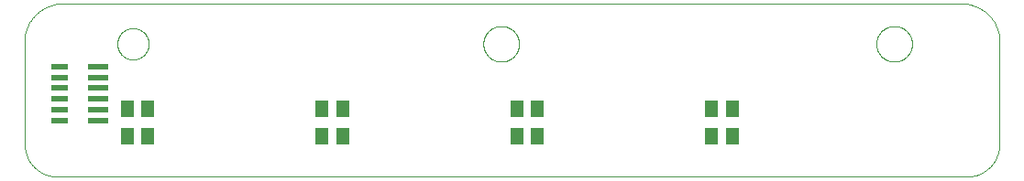
<source format=gbp>
G75*
%MOIN*%
%OFA0B0*%
%FSLAX25Y25*%
%IPPOS*%
%LPD*%
%AMOC8*
5,1,8,0,0,1.08239X$1,22.5*
%
%ADD10C,0.00000*%
%ADD11R,0.05118X0.05906*%
%ADD12R,0.07480X0.02362*%
%ADD13R,0.06496X0.02362*%
D10*
X0021079Y0005938D02*
X0351787Y0005938D01*
X0352072Y0005941D01*
X0352358Y0005952D01*
X0352643Y0005969D01*
X0352927Y0005993D01*
X0353211Y0006024D01*
X0353494Y0006062D01*
X0353775Y0006107D01*
X0354056Y0006158D01*
X0354336Y0006216D01*
X0354614Y0006281D01*
X0354890Y0006353D01*
X0355164Y0006431D01*
X0355437Y0006516D01*
X0355707Y0006608D01*
X0355975Y0006706D01*
X0356241Y0006810D01*
X0356504Y0006921D01*
X0356764Y0007038D01*
X0357022Y0007161D01*
X0357276Y0007291D01*
X0357527Y0007427D01*
X0357775Y0007568D01*
X0358019Y0007716D01*
X0358260Y0007869D01*
X0358496Y0008029D01*
X0358729Y0008194D01*
X0358958Y0008364D01*
X0359183Y0008540D01*
X0359403Y0008722D01*
X0359619Y0008908D01*
X0359830Y0009100D01*
X0360037Y0009297D01*
X0360239Y0009499D01*
X0360436Y0009706D01*
X0360628Y0009917D01*
X0360814Y0010133D01*
X0360996Y0010353D01*
X0361172Y0010578D01*
X0361342Y0010807D01*
X0361507Y0011040D01*
X0361667Y0011276D01*
X0361820Y0011517D01*
X0361968Y0011761D01*
X0362109Y0012009D01*
X0362245Y0012260D01*
X0362375Y0012514D01*
X0362498Y0012772D01*
X0362615Y0013032D01*
X0362726Y0013295D01*
X0362830Y0013561D01*
X0362928Y0013829D01*
X0363020Y0014099D01*
X0363105Y0014372D01*
X0363183Y0014646D01*
X0363255Y0014922D01*
X0363320Y0015200D01*
X0363378Y0015480D01*
X0363429Y0015761D01*
X0363474Y0016042D01*
X0363512Y0016325D01*
X0363543Y0016609D01*
X0363567Y0016893D01*
X0363584Y0017178D01*
X0363595Y0017464D01*
X0363598Y0017749D01*
X0363598Y0053182D01*
X0363598Y0053183D02*
X0363642Y0053516D01*
X0363677Y0053851D01*
X0363704Y0054186D01*
X0363724Y0054522D01*
X0363735Y0054858D01*
X0363738Y0055194D01*
X0363733Y0055530D01*
X0363720Y0055867D01*
X0363698Y0056202D01*
X0363669Y0056537D01*
X0363631Y0056872D01*
X0363586Y0057205D01*
X0363532Y0057537D01*
X0363470Y0057868D01*
X0363401Y0058197D01*
X0363323Y0058524D01*
X0363238Y0058849D01*
X0363144Y0059172D01*
X0363043Y0059493D01*
X0362935Y0059811D01*
X0362818Y0060127D01*
X0362694Y0060440D01*
X0362563Y0060749D01*
X0362424Y0061056D01*
X0362277Y0061358D01*
X0362124Y0061658D01*
X0361963Y0061953D01*
X0361795Y0062245D01*
X0361620Y0062532D01*
X0361438Y0062815D01*
X0361250Y0063093D01*
X0361054Y0063367D01*
X0360852Y0063636D01*
X0360644Y0063900D01*
X0360430Y0064159D01*
X0360209Y0064413D01*
X0359982Y0064662D01*
X0359749Y0064904D01*
X0359511Y0065142D01*
X0359266Y0065373D01*
X0359017Y0065598D01*
X0358762Y0065817D01*
X0358501Y0066030D01*
X0358236Y0066237D01*
X0357965Y0066437D01*
X0357690Y0066631D01*
X0357411Y0066817D01*
X0357127Y0066997D01*
X0356838Y0067171D01*
X0356546Y0067337D01*
X0356249Y0067496D01*
X0355949Y0067647D01*
X0355645Y0067792D01*
X0355338Y0067929D01*
X0355028Y0068059D01*
X0354714Y0068181D01*
X0354398Y0068295D01*
X0354079Y0068402D01*
X0353758Y0068501D01*
X0353434Y0068592D01*
X0353108Y0068676D01*
X0352780Y0068751D01*
X0352451Y0068819D01*
X0352120Y0068879D01*
X0351787Y0068930D01*
X0021079Y0068930D01*
X0020746Y0068879D01*
X0020415Y0068819D01*
X0020086Y0068751D01*
X0019758Y0068676D01*
X0019432Y0068592D01*
X0019108Y0068501D01*
X0018787Y0068402D01*
X0018468Y0068295D01*
X0018152Y0068181D01*
X0017838Y0068059D01*
X0017528Y0067929D01*
X0017221Y0067792D01*
X0016917Y0067647D01*
X0016617Y0067496D01*
X0016320Y0067337D01*
X0016028Y0067171D01*
X0015739Y0066997D01*
X0015455Y0066817D01*
X0015176Y0066631D01*
X0014901Y0066437D01*
X0014630Y0066237D01*
X0014365Y0066030D01*
X0014104Y0065817D01*
X0013849Y0065598D01*
X0013600Y0065373D01*
X0013355Y0065142D01*
X0013117Y0064904D01*
X0012884Y0064662D01*
X0012657Y0064413D01*
X0012436Y0064159D01*
X0012222Y0063900D01*
X0012014Y0063636D01*
X0011812Y0063367D01*
X0011616Y0063093D01*
X0011428Y0062815D01*
X0011246Y0062532D01*
X0011071Y0062245D01*
X0010903Y0061953D01*
X0010742Y0061658D01*
X0010589Y0061358D01*
X0010442Y0061056D01*
X0010303Y0060749D01*
X0010172Y0060440D01*
X0010048Y0060127D01*
X0009931Y0059811D01*
X0009823Y0059493D01*
X0009722Y0059172D01*
X0009628Y0058849D01*
X0009543Y0058524D01*
X0009465Y0058197D01*
X0009396Y0057868D01*
X0009334Y0057537D01*
X0009280Y0057205D01*
X0009235Y0056872D01*
X0009197Y0056537D01*
X0009168Y0056202D01*
X0009146Y0055867D01*
X0009133Y0055530D01*
X0009128Y0055194D01*
X0009131Y0054858D01*
X0009142Y0054522D01*
X0009162Y0054186D01*
X0009189Y0053851D01*
X0009224Y0053516D01*
X0009268Y0053183D01*
X0009268Y0053182D02*
X0009268Y0017749D01*
X0009271Y0017464D01*
X0009282Y0017178D01*
X0009299Y0016893D01*
X0009323Y0016609D01*
X0009354Y0016325D01*
X0009392Y0016042D01*
X0009437Y0015761D01*
X0009488Y0015480D01*
X0009546Y0015200D01*
X0009611Y0014922D01*
X0009683Y0014646D01*
X0009761Y0014372D01*
X0009846Y0014099D01*
X0009938Y0013829D01*
X0010036Y0013561D01*
X0010140Y0013295D01*
X0010251Y0013032D01*
X0010368Y0012772D01*
X0010491Y0012514D01*
X0010621Y0012260D01*
X0010757Y0012009D01*
X0010898Y0011761D01*
X0011046Y0011517D01*
X0011199Y0011276D01*
X0011359Y0011040D01*
X0011524Y0010807D01*
X0011694Y0010578D01*
X0011870Y0010353D01*
X0012052Y0010133D01*
X0012238Y0009917D01*
X0012430Y0009706D01*
X0012627Y0009499D01*
X0012829Y0009297D01*
X0013036Y0009100D01*
X0013247Y0008908D01*
X0013463Y0008722D01*
X0013683Y0008540D01*
X0013908Y0008364D01*
X0014137Y0008194D01*
X0014370Y0008029D01*
X0014606Y0007869D01*
X0014847Y0007716D01*
X0015091Y0007568D01*
X0015339Y0007427D01*
X0015590Y0007291D01*
X0015844Y0007161D01*
X0016102Y0007038D01*
X0016362Y0006921D01*
X0016625Y0006810D01*
X0016891Y0006706D01*
X0017159Y0006608D01*
X0017429Y0006516D01*
X0017702Y0006431D01*
X0017976Y0006353D01*
X0018252Y0006281D01*
X0018530Y0006216D01*
X0018810Y0006158D01*
X0019091Y0006107D01*
X0019372Y0006062D01*
X0019655Y0006024D01*
X0019939Y0005993D01*
X0020223Y0005969D01*
X0020508Y0005952D01*
X0020794Y0005941D01*
X0021079Y0005938D01*
X0042929Y0054363D02*
X0042931Y0054514D01*
X0042937Y0054664D01*
X0042947Y0054815D01*
X0042961Y0054965D01*
X0042979Y0055114D01*
X0043000Y0055264D01*
X0043026Y0055412D01*
X0043056Y0055560D01*
X0043089Y0055707D01*
X0043127Y0055853D01*
X0043168Y0055998D01*
X0043213Y0056142D01*
X0043262Y0056284D01*
X0043315Y0056425D01*
X0043371Y0056565D01*
X0043431Y0056703D01*
X0043494Y0056840D01*
X0043562Y0056975D01*
X0043632Y0057108D01*
X0043706Y0057239D01*
X0043784Y0057368D01*
X0043865Y0057495D01*
X0043949Y0057620D01*
X0044037Y0057743D01*
X0044128Y0057863D01*
X0044222Y0057981D01*
X0044319Y0058096D01*
X0044419Y0058209D01*
X0044522Y0058319D01*
X0044628Y0058426D01*
X0044737Y0058531D01*
X0044848Y0058632D01*
X0044962Y0058731D01*
X0045078Y0058826D01*
X0045198Y0058919D01*
X0045319Y0059008D01*
X0045443Y0059094D01*
X0045569Y0059177D01*
X0045697Y0059256D01*
X0045827Y0059332D01*
X0045959Y0059405D01*
X0046093Y0059473D01*
X0046229Y0059539D01*
X0046367Y0059601D01*
X0046506Y0059659D01*
X0046646Y0059713D01*
X0046788Y0059764D01*
X0046931Y0059811D01*
X0047076Y0059854D01*
X0047221Y0059893D01*
X0047368Y0059929D01*
X0047515Y0059960D01*
X0047663Y0059988D01*
X0047812Y0060012D01*
X0047961Y0060032D01*
X0048111Y0060048D01*
X0048261Y0060060D01*
X0048412Y0060068D01*
X0048563Y0060072D01*
X0048713Y0060072D01*
X0048864Y0060068D01*
X0049015Y0060060D01*
X0049165Y0060048D01*
X0049315Y0060032D01*
X0049464Y0060012D01*
X0049613Y0059988D01*
X0049761Y0059960D01*
X0049908Y0059929D01*
X0050055Y0059893D01*
X0050200Y0059854D01*
X0050345Y0059811D01*
X0050488Y0059764D01*
X0050630Y0059713D01*
X0050770Y0059659D01*
X0050909Y0059601D01*
X0051047Y0059539D01*
X0051183Y0059473D01*
X0051317Y0059405D01*
X0051449Y0059332D01*
X0051579Y0059256D01*
X0051707Y0059177D01*
X0051833Y0059094D01*
X0051957Y0059008D01*
X0052078Y0058919D01*
X0052198Y0058826D01*
X0052314Y0058731D01*
X0052428Y0058632D01*
X0052539Y0058531D01*
X0052648Y0058426D01*
X0052754Y0058319D01*
X0052857Y0058209D01*
X0052957Y0058096D01*
X0053054Y0057981D01*
X0053148Y0057863D01*
X0053239Y0057743D01*
X0053327Y0057620D01*
X0053411Y0057495D01*
X0053492Y0057368D01*
X0053570Y0057239D01*
X0053644Y0057108D01*
X0053714Y0056975D01*
X0053782Y0056840D01*
X0053845Y0056703D01*
X0053905Y0056565D01*
X0053961Y0056425D01*
X0054014Y0056284D01*
X0054063Y0056142D01*
X0054108Y0055998D01*
X0054149Y0055853D01*
X0054187Y0055707D01*
X0054220Y0055560D01*
X0054250Y0055412D01*
X0054276Y0055264D01*
X0054297Y0055114D01*
X0054315Y0054965D01*
X0054329Y0054815D01*
X0054339Y0054664D01*
X0054345Y0054514D01*
X0054347Y0054363D01*
X0054345Y0054212D01*
X0054339Y0054062D01*
X0054329Y0053911D01*
X0054315Y0053761D01*
X0054297Y0053612D01*
X0054276Y0053462D01*
X0054250Y0053314D01*
X0054220Y0053166D01*
X0054187Y0053019D01*
X0054149Y0052873D01*
X0054108Y0052728D01*
X0054063Y0052584D01*
X0054014Y0052442D01*
X0053961Y0052301D01*
X0053905Y0052161D01*
X0053845Y0052023D01*
X0053782Y0051886D01*
X0053714Y0051751D01*
X0053644Y0051618D01*
X0053570Y0051487D01*
X0053492Y0051358D01*
X0053411Y0051231D01*
X0053327Y0051106D01*
X0053239Y0050983D01*
X0053148Y0050863D01*
X0053054Y0050745D01*
X0052957Y0050630D01*
X0052857Y0050517D01*
X0052754Y0050407D01*
X0052648Y0050300D01*
X0052539Y0050195D01*
X0052428Y0050094D01*
X0052314Y0049995D01*
X0052198Y0049900D01*
X0052078Y0049807D01*
X0051957Y0049718D01*
X0051833Y0049632D01*
X0051707Y0049549D01*
X0051579Y0049470D01*
X0051449Y0049394D01*
X0051317Y0049321D01*
X0051183Y0049253D01*
X0051047Y0049187D01*
X0050909Y0049125D01*
X0050770Y0049067D01*
X0050630Y0049013D01*
X0050488Y0048962D01*
X0050345Y0048915D01*
X0050200Y0048872D01*
X0050055Y0048833D01*
X0049908Y0048797D01*
X0049761Y0048766D01*
X0049613Y0048738D01*
X0049464Y0048714D01*
X0049315Y0048694D01*
X0049165Y0048678D01*
X0049015Y0048666D01*
X0048864Y0048658D01*
X0048713Y0048654D01*
X0048563Y0048654D01*
X0048412Y0048658D01*
X0048261Y0048666D01*
X0048111Y0048678D01*
X0047961Y0048694D01*
X0047812Y0048714D01*
X0047663Y0048738D01*
X0047515Y0048766D01*
X0047368Y0048797D01*
X0047221Y0048833D01*
X0047076Y0048872D01*
X0046931Y0048915D01*
X0046788Y0048962D01*
X0046646Y0049013D01*
X0046506Y0049067D01*
X0046367Y0049125D01*
X0046229Y0049187D01*
X0046093Y0049253D01*
X0045959Y0049321D01*
X0045827Y0049394D01*
X0045697Y0049470D01*
X0045569Y0049549D01*
X0045443Y0049632D01*
X0045319Y0049718D01*
X0045198Y0049807D01*
X0045078Y0049900D01*
X0044962Y0049995D01*
X0044848Y0050094D01*
X0044737Y0050195D01*
X0044628Y0050300D01*
X0044522Y0050407D01*
X0044419Y0050517D01*
X0044319Y0050630D01*
X0044222Y0050745D01*
X0044128Y0050863D01*
X0044037Y0050983D01*
X0043949Y0051106D01*
X0043865Y0051231D01*
X0043784Y0051358D01*
X0043706Y0051487D01*
X0043632Y0051618D01*
X0043562Y0051751D01*
X0043494Y0051886D01*
X0043431Y0052023D01*
X0043371Y0052161D01*
X0043315Y0052301D01*
X0043262Y0052442D01*
X0043213Y0052584D01*
X0043168Y0052728D01*
X0043127Y0052873D01*
X0043089Y0053019D01*
X0043056Y0053166D01*
X0043026Y0053314D01*
X0043000Y0053462D01*
X0042979Y0053612D01*
X0042961Y0053761D01*
X0042947Y0053911D01*
X0042937Y0054062D01*
X0042931Y0054212D01*
X0042929Y0054363D01*
X0176000Y0054363D02*
X0176002Y0054524D01*
X0176008Y0054684D01*
X0176018Y0054845D01*
X0176032Y0055005D01*
X0176050Y0055164D01*
X0176071Y0055324D01*
X0176097Y0055482D01*
X0176127Y0055640D01*
X0176160Y0055797D01*
X0176198Y0055954D01*
X0176239Y0056109D01*
X0176284Y0056263D01*
X0176333Y0056416D01*
X0176386Y0056568D01*
X0176442Y0056718D01*
X0176502Y0056867D01*
X0176566Y0057015D01*
X0176633Y0057161D01*
X0176704Y0057305D01*
X0176779Y0057447D01*
X0176857Y0057588D01*
X0176938Y0057726D01*
X0177023Y0057863D01*
X0177112Y0057997D01*
X0177203Y0058129D01*
X0177298Y0058259D01*
X0177396Y0058386D01*
X0177497Y0058511D01*
X0177601Y0058634D01*
X0177708Y0058753D01*
X0177818Y0058870D01*
X0177931Y0058985D01*
X0178047Y0059096D01*
X0178165Y0059205D01*
X0178286Y0059310D01*
X0178410Y0059413D01*
X0178536Y0059513D01*
X0178665Y0059609D01*
X0178796Y0059702D01*
X0178929Y0059792D01*
X0179064Y0059879D01*
X0179202Y0059962D01*
X0179341Y0060041D01*
X0179483Y0060118D01*
X0179626Y0060191D01*
X0179771Y0060260D01*
X0179918Y0060325D01*
X0180066Y0060387D01*
X0180216Y0060446D01*
X0180367Y0060500D01*
X0180519Y0060551D01*
X0180673Y0060598D01*
X0180828Y0060641D01*
X0180983Y0060680D01*
X0181140Y0060716D01*
X0181298Y0060748D01*
X0181456Y0060775D01*
X0181615Y0060799D01*
X0181774Y0060819D01*
X0181934Y0060835D01*
X0182095Y0060847D01*
X0182255Y0060855D01*
X0182416Y0060859D01*
X0182576Y0060859D01*
X0182737Y0060855D01*
X0182897Y0060847D01*
X0183058Y0060835D01*
X0183218Y0060819D01*
X0183377Y0060799D01*
X0183536Y0060775D01*
X0183694Y0060748D01*
X0183852Y0060716D01*
X0184009Y0060680D01*
X0184164Y0060641D01*
X0184319Y0060598D01*
X0184473Y0060551D01*
X0184625Y0060500D01*
X0184776Y0060446D01*
X0184926Y0060387D01*
X0185074Y0060325D01*
X0185221Y0060260D01*
X0185366Y0060191D01*
X0185509Y0060118D01*
X0185651Y0060041D01*
X0185790Y0059962D01*
X0185928Y0059879D01*
X0186063Y0059792D01*
X0186196Y0059702D01*
X0186327Y0059609D01*
X0186456Y0059513D01*
X0186582Y0059413D01*
X0186706Y0059310D01*
X0186827Y0059205D01*
X0186945Y0059096D01*
X0187061Y0058985D01*
X0187174Y0058870D01*
X0187284Y0058753D01*
X0187391Y0058634D01*
X0187495Y0058511D01*
X0187596Y0058386D01*
X0187694Y0058259D01*
X0187789Y0058129D01*
X0187880Y0057997D01*
X0187969Y0057863D01*
X0188054Y0057726D01*
X0188135Y0057588D01*
X0188213Y0057447D01*
X0188288Y0057305D01*
X0188359Y0057161D01*
X0188426Y0057015D01*
X0188490Y0056867D01*
X0188550Y0056718D01*
X0188606Y0056568D01*
X0188659Y0056416D01*
X0188708Y0056263D01*
X0188753Y0056109D01*
X0188794Y0055954D01*
X0188832Y0055797D01*
X0188865Y0055640D01*
X0188895Y0055482D01*
X0188921Y0055324D01*
X0188942Y0055164D01*
X0188960Y0055005D01*
X0188974Y0054845D01*
X0188984Y0054684D01*
X0188990Y0054524D01*
X0188992Y0054363D01*
X0188990Y0054202D01*
X0188984Y0054042D01*
X0188974Y0053881D01*
X0188960Y0053721D01*
X0188942Y0053562D01*
X0188921Y0053402D01*
X0188895Y0053244D01*
X0188865Y0053086D01*
X0188832Y0052929D01*
X0188794Y0052772D01*
X0188753Y0052617D01*
X0188708Y0052463D01*
X0188659Y0052310D01*
X0188606Y0052158D01*
X0188550Y0052008D01*
X0188490Y0051859D01*
X0188426Y0051711D01*
X0188359Y0051565D01*
X0188288Y0051421D01*
X0188213Y0051279D01*
X0188135Y0051138D01*
X0188054Y0051000D01*
X0187969Y0050863D01*
X0187880Y0050729D01*
X0187789Y0050597D01*
X0187694Y0050467D01*
X0187596Y0050340D01*
X0187495Y0050215D01*
X0187391Y0050092D01*
X0187284Y0049973D01*
X0187174Y0049856D01*
X0187061Y0049741D01*
X0186945Y0049630D01*
X0186827Y0049521D01*
X0186706Y0049416D01*
X0186582Y0049313D01*
X0186456Y0049213D01*
X0186327Y0049117D01*
X0186196Y0049024D01*
X0186063Y0048934D01*
X0185928Y0048847D01*
X0185790Y0048764D01*
X0185651Y0048685D01*
X0185509Y0048608D01*
X0185366Y0048535D01*
X0185221Y0048466D01*
X0185074Y0048401D01*
X0184926Y0048339D01*
X0184776Y0048280D01*
X0184625Y0048226D01*
X0184473Y0048175D01*
X0184319Y0048128D01*
X0184164Y0048085D01*
X0184009Y0048046D01*
X0183852Y0048010D01*
X0183694Y0047978D01*
X0183536Y0047951D01*
X0183377Y0047927D01*
X0183218Y0047907D01*
X0183058Y0047891D01*
X0182897Y0047879D01*
X0182737Y0047871D01*
X0182576Y0047867D01*
X0182416Y0047867D01*
X0182255Y0047871D01*
X0182095Y0047879D01*
X0181934Y0047891D01*
X0181774Y0047907D01*
X0181615Y0047927D01*
X0181456Y0047951D01*
X0181298Y0047978D01*
X0181140Y0048010D01*
X0180983Y0048046D01*
X0180828Y0048085D01*
X0180673Y0048128D01*
X0180519Y0048175D01*
X0180367Y0048226D01*
X0180216Y0048280D01*
X0180066Y0048339D01*
X0179918Y0048401D01*
X0179771Y0048466D01*
X0179626Y0048535D01*
X0179483Y0048608D01*
X0179341Y0048685D01*
X0179202Y0048764D01*
X0179064Y0048847D01*
X0178929Y0048934D01*
X0178796Y0049024D01*
X0178665Y0049117D01*
X0178536Y0049213D01*
X0178410Y0049313D01*
X0178286Y0049416D01*
X0178165Y0049521D01*
X0178047Y0049630D01*
X0177931Y0049741D01*
X0177818Y0049856D01*
X0177708Y0049973D01*
X0177601Y0050092D01*
X0177497Y0050215D01*
X0177396Y0050340D01*
X0177298Y0050467D01*
X0177203Y0050597D01*
X0177112Y0050729D01*
X0177023Y0050863D01*
X0176938Y0051000D01*
X0176857Y0051138D01*
X0176779Y0051279D01*
X0176704Y0051421D01*
X0176633Y0051565D01*
X0176566Y0051711D01*
X0176502Y0051859D01*
X0176442Y0052008D01*
X0176386Y0052158D01*
X0176333Y0052310D01*
X0176284Y0052463D01*
X0176239Y0052617D01*
X0176198Y0052772D01*
X0176160Y0052929D01*
X0176127Y0053086D01*
X0176097Y0053244D01*
X0176071Y0053402D01*
X0176050Y0053562D01*
X0176032Y0053721D01*
X0176018Y0053881D01*
X0176008Y0054042D01*
X0176002Y0054202D01*
X0176000Y0054363D01*
X0318913Y0054363D02*
X0318915Y0054524D01*
X0318921Y0054684D01*
X0318931Y0054845D01*
X0318945Y0055005D01*
X0318963Y0055164D01*
X0318984Y0055324D01*
X0319010Y0055482D01*
X0319040Y0055640D01*
X0319073Y0055797D01*
X0319111Y0055954D01*
X0319152Y0056109D01*
X0319197Y0056263D01*
X0319246Y0056416D01*
X0319299Y0056568D01*
X0319355Y0056718D01*
X0319415Y0056867D01*
X0319479Y0057015D01*
X0319546Y0057161D01*
X0319617Y0057305D01*
X0319692Y0057447D01*
X0319770Y0057588D01*
X0319851Y0057726D01*
X0319936Y0057863D01*
X0320025Y0057997D01*
X0320116Y0058129D01*
X0320211Y0058259D01*
X0320309Y0058386D01*
X0320410Y0058511D01*
X0320514Y0058634D01*
X0320621Y0058753D01*
X0320731Y0058870D01*
X0320844Y0058985D01*
X0320960Y0059096D01*
X0321078Y0059205D01*
X0321199Y0059310D01*
X0321323Y0059413D01*
X0321449Y0059513D01*
X0321578Y0059609D01*
X0321709Y0059702D01*
X0321842Y0059792D01*
X0321977Y0059879D01*
X0322115Y0059962D01*
X0322254Y0060041D01*
X0322396Y0060118D01*
X0322539Y0060191D01*
X0322684Y0060260D01*
X0322831Y0060325D01*
X0322979Y0060387D01*
X0323129Y0060446D01*
X0323280Y0060500D01*
X0323432Y0060551D01*
X0323586Y0060598D01*
X0323741Y0060641D01*
X0323896Y0060680D01*
X0324053Y0060716D01*
X0324211Y0060748D01*
X0324369Y0060775D01*
X0324528Y0060799D01*
X0324687Y0060819D01*
X0324847Y0060835D01*
X0325008Y0060847D01*
X0325168Y0060855D01*
X0325329Y0060859D01*
X0325489Y0060859D01*
X0325650Y0060855D01*
X0325810Y0060847D01*
X0325971Y0060835D01*
X0326131Y0060819D01*
X0326290Y0060799D01*
X0326449Y0060775D01*
X0326607Y0060748D01*
X0326765Y0060716D01*
X0326922Y0060680D01*
X0327077Y0060641D01*
X0327232Y0060598D01*
X0327386Y0060551D01*
X0327538Y0060500D01*
X0327689Y0060446D01*
X0327839Y0060387D01*
X0327987Y0060325D01*
X0328134Y0060260D01*
X0328279Y0060191D01*
X0328422Y0060118D01*
X0328564Y0060041D01*
X0328703Y0059962D01*
X0328841Y0059879D01*
X0328976Y0059792D01*
X0329109Y0059702D01*
X0329240Y0059609D01*
X0329369Y0059513D01*
X0329495Y0059413D01*
X0329619Y0059310D01*
X0329740Y0059205D01*
X0329858Y0059096D01*
X0329974Y0058985D01*
X0330087Y0058870D01*
X0330197Y0058753D01*
X0330304Y0058634D01*
X0330408Y0058511D01*
X0330509Y0058386D01*
X0330607Y0058259D01*
X0330702Y0058129D01*
X0330793Y0057997D01*
X0330882Y0057863D01*
X0330967Y0057726D01*
X0331048Y0057588D01*
X0331126Y0057447D01*
X0331201Y0057305D01*
X0331272Y0057161D01*
X0331339Y0057015D01*
X0331403Y0056867D01*
X0331463Y0056718D01*
X0331519Y0056568D01*
X0331572Y0056416D01*
X0331621Y0056263D01*
X0331666Y0056109D01*
X0331707Y0055954D01*
X0331745Y0055797D01*
X0331778Y0055640D01*
X0331808Y0055482D01*
X0331834Y0055324D01*
X0331855Y0055164D01*
X0331873Y0055005D01*
X0331887Y0054845D01*
X0331897Y0054684D01*
X0331903Y0054524D01*
X0331905Y0054363D01*
X0331903Y0054202D01*
X0331897Y0054042D01*
X0331887Y0053881D01*
X0331873Y0053721D01*
X0331855Y0053562D01*
X0331834Y0053402D01*
X0331808Y0053244D01*
X0331778Y0053086D01*
X0331745Y0052929D01*
X0331707Y0052772D01*
X0331666Y0052617D01*
X0331621Y0052463D01*
X0331572Y0052310D01*
X0331519Y0052158D01*
X0331463Y0052008D01*
X0331403Y0051859D01*
X0331339Y0051711D01*
X0331272Y0051565D01*
X0331201Y0051421D01*
X0331126Y0051279D01*
X0331048Y0051138D01*
X0330967Y0051000D01*
X0330882Y0050863D01*
X0330793Y0050729D01*
X0330702Y0050597D01*
X0330607Y0050467D01*
X0330509Y0050340D01*
X0330408Y0050215D01*
X0330304Y0050092D01*
X0330197Y0049973D01*
X0330087Y0049856D01*
X0329974Y0049741D01*
X0329858Y0049630D01*
X0329740Y0049521D01*
X0329619Y0049416D01*
X0329495Y0049313D01*
X0329369Y0049213D01*
X0329240Y0049117D01*
X0329109Y0049024D01*
X0328976Y0048934D01*
X0328841Y0048847D01*
X0328703Y0048764D01*
X0328564Y0048685D01*
X0328422Y0048608D01*
X0328279Y0048535D01*
X0328134Y0048466D01*
X0327987Y0048401D01*
X0327839Y0048339D01*
X0327689Y0048280D01*
X0327538Y0048226D01*
X0327386Y0048175D01*
X0327232Y0048128D01*
X0327077Y0048085D01*
X0326922Y0048046D01*
X0326765Y0048010D01*
X0326607Y0047978D01*
X0326449Y0047951D01*
X0326290Y0047927D01*
X0326131Y0047907D01*
X0325971Y0047891D01*
X0325810Y0047879D01*
X0325650Y0047871D01*
X0325489Y0047867D01*
X0325329Y0047867D01*
X0325168Y0047871D01*
X0325008Y0047879D01*
X0324847Y0047891D01*
X0324687Y0047907D01*
X0324528Y0047927D01*
X0324369Y0047951D01*
X0324211Y0047978D01*
X0324053Y0048010D01*
X0323896Y0048046D01*
X0323741Y0048085D01*
X0323586Y0048128D01*
X0323432Y0048175D01*
X0323280Y0048226D01*
X0323129Y0048280D01*
X0322979Y0048339D01*
X0322831Y0048401D01*
X0322684Y0048466D01*
X0322539Y0048535D01*
X0322396Y0048608D01*
X0322254Y0048685D01*
X0322115Y0048764D01*
X0321977Y0048847D01*
X0321842Y0048934D01*
X0321709Y0049024D01*
X0321578Y0049117D01*
X0321449Y0049213D01*
X0321323Y0049313D01*
X0321199Y0049416D01*
X0321078Y0049521D01*
X0320960Y0049630D01*
X0320844Y0049741D01*
X0320731Y0049856D01*
X0320621Y0049973D01*
X0320514Y0050092D01*
X0320410Y0050215D01*
X0320309Y0050340D01*
X0320211Y0050467D01*
X0320116Y0050597D01*
X0320025Y0050729D01*
X0319936Y0050863D01*
X0319851Y0051000D01*
X0319770Y0051138D01*
X0319692Y0051279D01*
X0319617Y0051421D01*
X0319546Y0051565D01*
X0319479Y0051711D01*
X0319415Y0051859D01*
X0319355Y0052008D01*
X0319299Y0052158D01*
X0319246Y0052310D01*
X0319197Y0052463D01*
X0319152Y0052617D01*
X0319111Y0052772D01*
X0319073Y0052929D01*
X0319040Y0053086D01*
X0319010Y0053244D01*
X0318984Y0053402D01*
X0318963Y0053562D01*
X0318945Y0053721D01*
X0318931Y0053881D01*
X0318921Y0054042D01*
X0318915Y0054202D01*
X0318913Y0054363D01*
D11*
X0266512Y0030663D03*
X0259031Y0030663D03*
X0259031Y0020584D03*
X0266512Y0020584D03*
X0195646Y0020584D03*
X0188165Y0020584D03*
X0188165Y0030663D03*
X0195646Y0030663D03*
X0124780Y0030663D03*
X0117299Y0030663D03*
X0117299Y0020584D03*
X0124780Y0020584D03*
X0053913Y0020584D03*
X0046433Y0020584D03*
X0046433Y0030663D03*
X0053913Y0030663D03*
D12*
X0035941Y0030348D03*
X0035941Y0034285D03*
X0035941Y0038222D03*
X0035941Y0042159D03*
X0035941Y0046096D03*
X0035941Y0026411D03*
D13*
X0021965Y0026411D03*
X0021965Y0030348D03*
X0021965Y0034285D03*
X0021965Y0038222D03*
X0021965Y0042159D03*
X0021965Y0046096D03*
M02*

</source>
